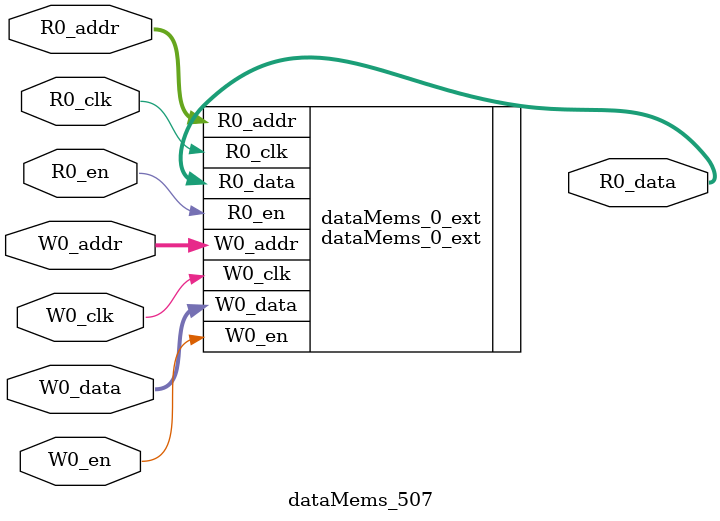
<source format=sv>
`ifndef RANDOMIZE
  `ifdef RANDOMIZE_REG_INIT
    `define RANDOMIZE
  `endif // RANDOMIZE_REG_INIT
`endif // not def RANDOMIZE
`ifndef RANDOMIZE
  `ifdef RANDOMIZE_MEM_INIT
    `define RANDOMIZE
  `endif // RANDOMIZE_MEM_INIT
`endif // not def RANDOMIZE

`ifndef RANDOM
  `define RANDOM $random
`endif // not def RANDOM

// Users can define 'PRINTF_COND' to add an extra gate to prints.
`ifndef PRINTF_COND_
  `ifdef PRINTF_COND
    `define PRINTF_COND_ (`PRINTF_COND)
  `else  // PRINTF_COND
    `define PRINTF_COND_ 1
  `endif // PRINTF_COND
`endif // not def PRINTF_COND_

// Users can define 'ASSERT_VERBOSE_COND' to add an extra gate to assert error printing.
`ifndef ASSERT_VERBOSE_COND_
  `ifdef ASSERT_VERBOSE_COND
    `define ASSERT_VERBOSE_COND_ (`ASSERT_VERBOSE_COND)
  `else  // ASSERT_VERBOSE_COND
    `define ASSERT_VERBOSE_COND_ 1
  `endif // ASSERT_VERBOSE_COND
`endif // not def ASSERT_VERBOSE_COND_

// Users can define 'STOP_COND' to add an extra gate to stop conditions.
`ifndef STOP_COND_
  `ifdef STOP_COND
    `define STOP_COND_ (`STOP_COND)
  `else  // STOP_COND
    `define STOP_COND_ 1
  `endif // STOP_COND
`endif // not def STOP_COND_

// Users can define INIT_RANDOM as general code that gets injected into the
// initializer block for modules with registers.
`ifndef INIT_RANDOM
  `define INIT_RANDOM
`endif // not def INIT_RANDOM

// If using random initialization, you can also define RANDOMIZE_DELAY to
// customize the delay used, otherwise 0.002 is used.
`ifndef RANDOMIZE_DELAY
  `define RANDOMIZE_DELAY 0.002
`endif // not def RANDOMIZE_DELAY

// Define INIT_RANDOM_PROLOG_ for use in our modules below.
`ifndef INIT_RANDOM_PROLOG_
  `ifdef RANDOMIZE
    `ifdef VERILATOR
      `define INIT_RANDOM_PROLOG_ `INIT_RANDOM
    `else  // VERILATOR
      `define INIT_RANDOM_PROLOG_ `INIT_RANDOM #`RANDOMIZE_DELAY begin end
    `endif // VERILATOR
  `else  // RANDOMIZE
    `define INIT_RANDOM_PROLOG_
  `endif // RANDOMIZE
`endif // not def INIT_RANDOM_PROLOG_

// Include register initializers in init blocks unless synthesis is set
`ifndef SYNTHESIS
  `ifndef ENABLE_INITIAL_REG_
    `define ENABLE_INITIAL_REG_
  `endif // not def ENABLE_INITIAL_REG_
`endif // not def SYNTHESIS

// Include rmemory initializers in init blocks unless synthesis is set
`ifndef SYNTHESIS
  `ifndef ENABLE_INITIAL_MEM_
    `define ENABLE_INITIAL_MEM_
  `endif // not def ENABLE_INITIAL_MEM_
`endif // not def SYNTHESIS

module dataMems_507(	// @[generators/ara/src/main/scala/UnsafeAXI4ToTL.scala:365:62]
  input  [4:0]  R0_addr,
  input         R0_en,
  input         R0_clk,
  output [66:0] R0_data,
  input  [4:0]  W0_addr,
  input         W0_en,
  input         W0_clk,
  input  [66:0] W0_data
);

  dataMems_0_ext dataMems_0_ext (	// @[generators/ara/src/main/scala/UnsafeAXI4ToTL.scala:365:62]
    .R0_addr (R0_addr),
    .R0_en   (R0_en),
    .R0_clk  (R0_clk),
    .R0_data (R0_data),
    .W0_addr (W0_addr),
    .W0_en   (W0_en),
    .W0_clk  (W0_clk),
    .W0_data (W0_data)
  );
endmodule


</source>
